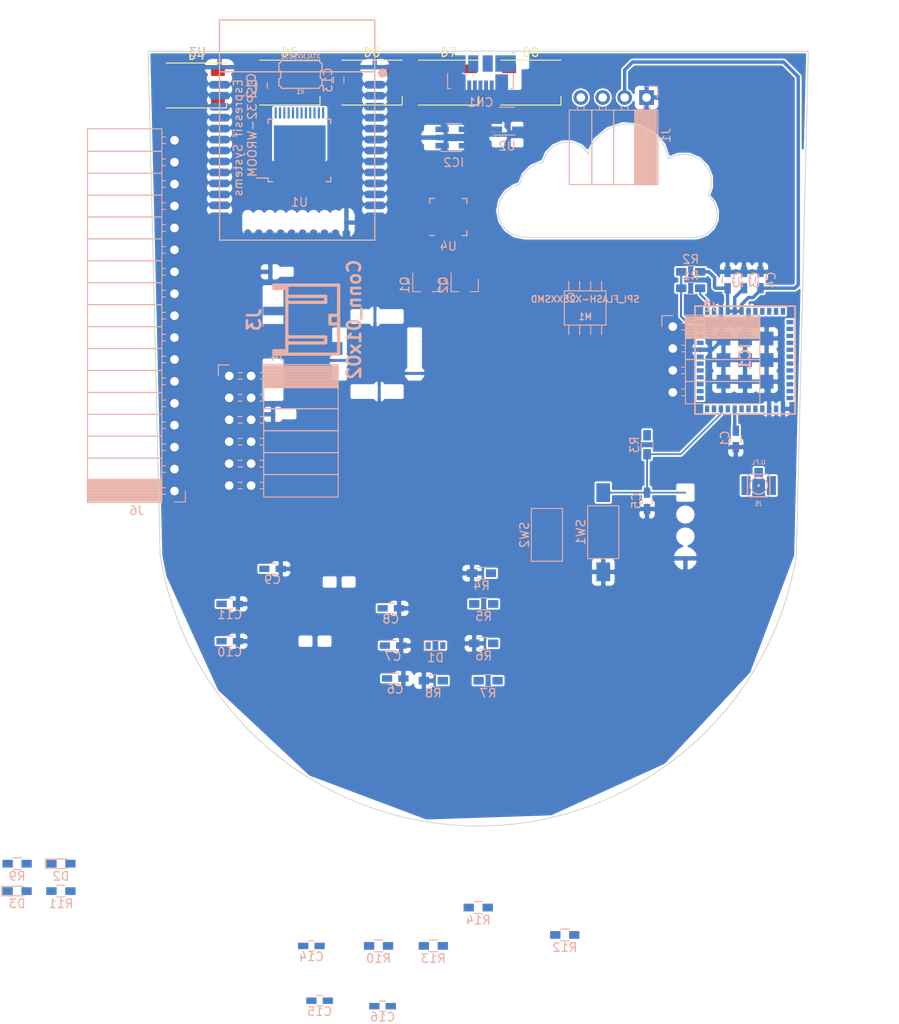
<source format=kicad_pcb>
(kicad_pcb (version 4) (host pcbnew 4.0.6)
  (layers (0 F.Cu signal) (31 B.Cu signal) (34 B.Paste user) (35 F.Paste user) (36 B.SilkS user) (37 F.SilkS user) (38 B.Mask user) (39 F.Mask user) (44 Edge.Cuts user))
  (net 0 "")
  (net 1 3V)
  (net 2 GND)
  (net 3 "Net-(IC1-Pad1)")
  (net 4 "Net-(IC1-Pad43)")
  (net 5 VDD_TXCO)
  (net 6 VUSB)
  (net 7 VBAT)
  (net 8 "Net-(C12-Pad1)")
  (net 9 "Net-(C13-Pad1)")
  (net 10 "Net-(IC2-Pad5)")
  (net 11 A13_I35)
  (net 12 AREF)
  (net 13 TXD)
  (net 14 RXD)
  (net 15 SWDIO_LO)
  (net 16 SWDCLK_LO)
  (net 17 SCL)
  (net 18 SDA)
  (net 19 A0)
  (net 20 A1)
  (net 21 A2)
  (net 22 A3)
  (net 23 A4)
  (net 24 D8_NEOPIX)
  (net 25 D4_FLASHMOSI)
  (net 26 D1)
  (net 27 D0)
  (net 28 MOSI)
  (net 29 SCK)
  (net 30 MISO)
  (net 31 FLASH_CS)
  (net 32 D1_FLASHMISO)
  (net 33 D5)
  (net 34 D11)
  (net 35 D13)
  (net 36 D10)
  (net 37 D12)
  (net 38 D6)
  (net 39 D-)
  (net 40 D+)
  (net 41 NRESET)
  (net 42 A5)
  (net 43 NRST_LO)
  (net 44 "Net-(C15-Pad1)")
  (net 45 "Net-(D2-Pad1)")
  (net 46 "Net-(D3-Pad2)")
  (net 47 "Net-(D4-Pad1)")
  (net 48 "Net-(D5-Pad1)")
  (net 49 "Net-(D6-Pad1)")
  (net 50 "Net-(D7-Pad1)")
  (net 51 "Net-(IC2-Pad1)")
  (net 52 EN)
  (net 53 IO21)
  (net 54 D3_FLASHSCK)
  (net 55 "Net-(Q1-Pad1)")
  (net 56 DTR)
  (net 57 GPIO0)
  (net 58 "Net-(Q2-Pad1)")
  (net 59 RTS)
  (net 60 TXD0)
  (net 61 RXD0)
  (module Capacitors_SMD:C_0603_HandSoldering (layer B.Cu) (at 220.665 97.47 270)
    (fp_text reference C1 (at 0 1.25 270) (layer B.SilkS) (effects (justify mirror)))
    (fp_text value 1u)
    (pad 1 smd rect (at -0.95 0 270) (size 1.2 0.75) (layers B.Cu B.Paste B.Mask) (net 1 3V))
    (pad 2 smd rect (at 0.95 0 270) (size 1.2 0.75) (layers B.Cu B.Paste B.Mask) (net 2 GND))
  )
  (module Capacitors_SMD:C_0603_HandSoldering (layer B.Cu) (at 219.71 79.06 90)
    (fp_text reference C2 (at 0 1.25 90) (layer B.SilkS) (effects (justify mirror)))
    (fp_text value 10u)
    (pad 1 smd rect (at -0.95 0 90) (size 1.2 0.75) (layers B.Cu B.Paste B.Mask) (net 1 3V))
    (pad 2 smd rect (at 0.95 0 90) (size 1.2 0.75) (layers B.Cu B.Paste B.Mask) (net 2 GND))
  )
  (module Capacitors_SMD:C_0603_HandSoldering (layer B.Cu) (at 221.615 79.06 90)
    (fp_text reference C3 (at 0 1.25 90) (layer B.SilkS) (effects (justify mirror)))
    (fp_text value 1u)
    (pad 1 smd rect (at -0.95 0 90) (size 1.2 0.75) (layers B.Cu B.Paste B.Mask) (net 1 3V))
    (pad 2 smd rect (at 0.95 0 90) (size 1.2 0.75) (layers B.Cu B.Paste B.Mask) (net 2 GND))
  )
  (module Capacitors_SMD:C_0603_HandSoldering (layer B.Cu) (at 223.52 79.06 90)
    (fp_text reference C4 (at 0 1.25 90) (layer B.SilkS) (effects (justify mirror)))
    (fp_text value 100n)
    (pad 1 smd rect (at -0.95 0 90) (size 1.2 0.75) (layers B.Cu B.Paste B.Mask) (net 1 3V))
    (pad 2 smd rect (at 0.95 0 90) (size 1.2 0.75) (layers B.Cu B.Paste B.Mask) (net 2 GND))
  )
  (module Capacitors_SMD:C_0603_HandSoldering (layer B.Cu) (at 210.375 104.64 270)
    (fp_text reference C5 (at 0 1.25 270) (layer B.SilkS) (effects (justify mirror)))
    (fp_text value 1u)
    (pad 1 smd rect (at -0.95 0 270) (size 1.2 0.75) (layers B.Cu B.Paste B.Mask) (net 43 NRST_LO))
    (pad 2 smd rect (at 0.95 0 270) (size 1.2 0.75) (layers B.Cu B.Paste B.Mask) (net 2 GND))
  )
  (module Capacitors_SMD:C_0603_HandSoldering (layer B.Cu) (at 181.168 125.222)
    (fp_text reference C6 (at 0 1.25) (layer B.SilkS) (effects (justify mirror)))
    (fp_text value 10u)
    (pad 1 smd rect (at -0.95 0) (size 1.2 0.75) (layers B.Cu B.Paste B.Mask) (net 6 VUSB))
    (pad 2 smd rect (at 0.95 0) (size 1.2 0.75) (layers B.Cu B.Paste B.Mask) (net 2 GND))
  )
  (module Capacitors_SMD:C_0603_HandSoldering (layer B.Cu) (at 180.914 121.412)
    (fp_text reference C7 (at 0 1.25) (layer B.SilkS) (effects (justify mirror)))
    (fp_text value 10u)
    (pad 1 smd rect (at -0.95 0) (size 1.2 0.75) (layers B.Cu B.Paste B.Mask) (net 1 3V))
    (pad 2 smd rect (at 0.95 0) (size 1.2 0.75) (layers B.Cu B.Paste B.Mask) (net 2 GND))
  )
  (module Capacitors_SMD:C_0603_HandSoldering (layer B.Cu) (at 180.66 117.094)
    (fp_text reference C8 (at 0 1.25) (layer B.SilkS) (effects (justify mirror)))
    (fp_text value 1u)
    (pad 1 smd rect (at -0.95 0) (size 1.2 0.75) (layers B.Cu B.Paste B.Mask) (net 1 3V))
    (pad 2 smd rect (at 0.95 0) (size 1.2 0.75) (layers B.Cu B.Paste B.Mask) (net 2 GND))
  )
  (module Capacitors_SMD:C_0603_HandSoldering (layer B.Cu) (at 166.944 112.522)
    (fp_text reference C9 (at 0 1.25) (layer B.SilkS) (effects (justify mirror)))
    (fp_text value 10u)
    (pad 1 smd rect (at -0.95 0) (size 1.2 0.75) (layers B.Cu B.Paste B.Mask) (net 1 3V))
    (pad 2 smd rect (at 0.95 0) (size 1.2 0.75) (layers B.Cu B.Paste B.Mask) (net 2 GND))
  )
  (module Capacitors_SMD:C_0603_HandSoldering (layer B.Cu) (at 161.986 120.904)
    (fp_text reference C10 (at 0 1.25) (layer B.SilkS) (effects (justify mirror)))
    (fp_text value 1u)
    (pad 1 smd rect (at -0.95 0) (size 1.2 0.75) (layers B.Cu B.Paste B.Mask) (net 12 AREF))
    (pad 2 smd rect (at 0.95 0) (size 1.2 0.75) (layers B.Cu B.Paste B.Mask) (net 2 GND))
  )
  (module Capacitors_SMD:C_0603_HandSoldering (layer B.Cu) (at 161.986 116.586)
    (fp_text reference C11 (at 0 1.25) (layer B.SilkS) (effects (justify mirror)))
    (fp_text value 10u)
    (pad 1 smd rect (at -0.95 0) (size 1.2 0.75) (layers B.Cu B.Paste B.Mask) (net 7 VBAT))
    (pad 2 smd rect (at 0.95 0) (size 1.2 0.75) (layers B.Cu B.Paste B.Mask) (net 2 GND))
  )
  (module Capacitors_SMD:C_0603_HandSoldering (layer B.Cu) (at 165.735 56.515 270)
    (fp_text reference C12 (at 0 1.25 270) (layer B.SilkS) (effects (justify mirror)))
    (fp_text value 22p)
    (pad 1 smd rect (at -0.95 0 270) (size 1.2 0.75) (layers B.Cu B.Paste B.Mask) (net 8 "Net-(C12-Pad1)"))
    (pad 2 smd rect (at 0.95 0 270) (size 1.2 0.75) (layers B.Cu B.Paste B.Mask) (net 2 GND))
  )
  (module Capacitors_SMD:C_0603_HandSoldering (layer B.Cu) (at 174.625 55.88 270)
    (fp_text reference C13 (at 0 1.25 270) (layer B.SilkS) (effects (justify mirror)))
    (fp_text value 22p)
    (pad 1 smd rect (at -0.95 0 270) (size 1.2 0.75) (layers B.Cu B.Paste B.Mask) (net 9 "Net-(C13-Pad1)"))
    (pad 2 smd rect (at 0.95 0 270) (size 1.2 0.75) (layers B.Cu B.Paste B.Mask) (net 2 GND))
  )
  (module Connectors_USB:USB_Micro-B_Molex_47346-0001 (layer B.Cu) (at 191.0575 53.975)
    (fp_text reference CN1 (at 0 4.5 180) (layer B.SilkS) (effects (justify mirror)))
    (fp_text value USBMOLEX)
    (pad 1 smd rect (at -1.3 2.66) (size 0.45 1.38) (layers B.Cu B.Paste B.Mask))
    (pad 2 smd rect (at -0.65 2.66) (size 0.45 1.38) (layers B.Cu B.Paste B.Mask))
    (pad 3 smd rect (at 0 2.66) (size 0.45 1.38) (layers B.Cu B.Paste B.Mask))
    (pad 4 smd rect (at 0.65 2.66) (size 0.45 1.38) (layers B.Cu B.Paste B.Mask))
    (pad 5 smd rect (at 1.3 2.66) (size 0.45 1.38) (layers B.Cu B.Paste B.Mask))
    (pad 6 smd rect (at -2.4625 2.3) (size 1.475 2.1) (layers B.Cu B.Paste B.Mask))
    (pad 6 smd rect (at 2.4625 2.3) (size 1.475 2.1) (layers B.Cu B.Paste B.Mask))
    (pad 6 smd rect (at -2.91 0) (size 2.375 1.9) (layers B.Cu B.Paste B.Mask))
    (pad 6 smd rect (at 2.91 0) (size 2.375 1.9) (layers B.Cu B.Paste B.Mask))
    (pad 6 smd rect (at -0.84 0) (size 1.175 1.9) (layers B.Cu B.Paste B.Mask))
    (pad 6 smd rect (at 0.84 0) (size 1.175 1.9) (layers B.Cu B.Paste B.Mask))
  )
  (module Diodes_SMD:D_0603 (layer B.Cu) (at 185.84 121.412)
    (fp_text reference D1 (at 0 1.4) (layer B.SilkS) (effects (justify mirror)))
    (fp_text value SCHOTTKY-DIODEAG)
    (pad 1 smd rect (at -0.85 0) (size 0.6 0.8) (layers B.Cu B.Paste B.Mask))
    (pad 2 smd rect (at 0.85 0) (size 0.6 0.8) (layers B.Cu B.Paste B.Mask))
  )
  (module LEDs:LED_0603_HandSoldering (layer B.Cu) (at 142.41 146.685)
    (fp_text reference D2 (at 0 1.45) (layer B.SilkS) (effects (justify mirror)))
    (fp_text value LED)
    (pad 1 smd rect (at -1.1 0) (size 1.2 0.9) (layers B.Cu B.Paste B.Mask) (net 45 "Net-(D2-Pad1)"))
    (pad 2 smd rect (at 1.1 0) (size 1.2 0.9) (layers B.Cu B.Paste B.Mask) (net 6 VUSB))
  )
  (module CMWX1ZZABZ-078:CMWX1ZZABZ-078 (layer B.Cu) (at 221.735 88.335 270)
    (fp_text reference IC1 (at -0.38339 0.0187 270) (layer B.SilkS) (effects (font (size 1.27 1.27) (thickness 0.254)) (justify mirror)))
    (fp_text value CMWX1ZZABZ-078 hide)
    (pad 1 smd rect (at -5.65 4.4 180) (size 0.5 0.8) (layers B.Cu B.Paste B.Mask) (net 3 "Net-(IC1-Pad1)"))
    (pad 2 smd rect (at -5.65 3.6 180) (size 0.5 0.8) (layers B.Cu B.Paste B.Mask))
    (pad 3 smd rect (at -5.65 2.8 180) (size 0.5 0.8) (layers B.Cu B.Paste B.Mask) (net 2 GND))
    (pad 4 smd rect (at -5.65 2 180) (size 0.5 0.8) (layers B.Cu B.Paste B.Mask) (net 1 3V))
    (pad 5 smd rect (at -5.65 1.2 180) (size 0.5 0.8) (layers B.Cu B.Paste B.Mask) (net 1 3V))
    (pad 6 smd rect (at -5.65 0.4 180) (size 0.5 0.8) (layers B.Cu B.Paste B.Mask) (net 1 3V))
    (pad 7 smd rect (at -5.65 -0.4 180) (size 0.5 0.8) (layers B.Cu B.Paste B.Mask) (net 2 GND))
    (pad 8 smd rect (at -5.65 -1.2 180) (size 0.5 0.8) (layers B.Cu B.Paste B.Mask))
    (pad 9 smd rect (at -5.65 -2 180) (size 0.5 0.8) (layers B.Cu B.Paste B.Mask))
    (pad 10 smd rect (at -5.65 -2.8 180) (size 0.5 0.8) (layers B.Cu B.Paste B.Mask))
    (pad 11 smd rect (at -5.65 -3.6 180) (size 0.5 0.8) (layers B.Cu B.Paste B.Mask))
    (pad 12 smd rect (at -5.65 -4.4 180) (size 0.5 0.8) (layers B.Cu B.Paste B.Mask))
    (pad 13 smd rect (at -4.4 -5.2 270) (size 0.5 0.8) (layers B.Cu B.Paste B.Mask))
    (pad 14 smd rect (at -3.6 -5.2 270) (size 0.5 0.8) (layers B.Cu B.Paste B.Mask))
    (pad 15 smd rect (at -2.8 -5.2 270) (size 0.5 0.8) (layers B.Cu B.Paste B.Mask))
    (pad 16 smd rect (at -2 -5.2 270) (size 0.5 0.8) (layers B.Cu B.Paste B.Mask))
    (pad 17 smd rect (at -1.2 -5.2 270) (size 0.5 0.8) (layers B.Cu B.Paste B.Mask))
    (pad 18 smd rect (at -0.4 -5.2 270) (size 0.5 0.8) (layers B.Cu B.Paste B.Mask) (net 13 TXD))
    (pad 19 smd rect (at 0.4 -5.2 270) (size 0.5 0.8) (layers B.Cu B.Paste B.Mask) (net 14 RXD))
    (pad 20 smd rect (at 1.2 -5.2 270) (size 0.5 0.8) (layers B.Cu B.Paste B.Mask))
    (pad 21 smd rect (at 2 -5.2 270) (size 0.5 0.8) (layers B.Cu B.Paste B.Mask))
    (pad 22 smd rect (at 2.8 -5.2 270) (size 0.5 0.8) (layers B.Cu B.Paste B.Mask))
    (pad 23 smd rect (at 3.6 -5.2 270) (size 0.5 0.8) (layers B.Cu B.Paste B.Mask))
    (pad 24 smd rect (at 4.4 -5.2 270) (size 0.5 0.8) (layers B.Cu B.Paste B.Mask))
    (pad 25 smd rect (at 5.65 -4.4 180) (size 0.5 0.8) (layers B.Cu B.Paste B.Mask) (net 2 GND))
    (pad 26 smd rect (at 5.65 -3.6 180) (size 0.5 0.8) (layers B.Cu B.Paste B.Mask))
    (pad 27 smd rect (at 5.65 -2.8 180) (size 0.5 0.8) (layers B.Cu B.Paste B.Mask) (net 2 GND))
    (pad 28 smd rect (at 5.65 -2 180) (size 0.5 0.8) (layers B.Cu B.Paste B.Mask))
    (pad 29 smd rect (at 5.65 -1.2 180) (size 0.5 0.8) (layers B.Cu B.Paste B.Mask))
    (pad 30 smd rect (at 5.65 -0.4 180) (size 0.5 0.8) (layers B.Cu B.Paste B.Mask))
    (pad 31 smd rect (at 5.65 0.4 180) (size 0.5 0.8) (layers B.Cu B.Paste B.Mask))
    (pad 32 smd rect (at 5.65 1.2 180) (size 0.5 0.8) (layers B.Cu B.Paste B.Mask) (net 1 3V))
    (pad 33 smd rect (at 5.65 2 180) (size 0.5 0.8) (layers B.Cu B.Paste B.Mask))
    (pad 34 smd rect (at 5.65 2.8 180) (size 0.5 0.8) (layers B.Cu B.Paste B.Mask) (net 43 NRST_LO))
    (pad 35 smd rect (at 5.65 3.6 180) (size 0.5 0.8) (layers B.Cu B.Paste B.Mask))
    (pad 36 smd rect (at 5.65 4.4 180) (size 0.5 0.8) (layers B.Cu B.Paste B.Mask))
    (pad 37 smd rect (at 4.4 5.2 270) (size 0.5 0.8) (layers B.Cu B.Paste B.Mask))
    (pad 38 smd rect (at 3.6 5.2 270) (size 0.5 0.8) (layers B.Cu B.Paste B.Mask))
    (pad 39 smd rect (at 2.8 5.2 270) (size 0.5 0.8) (layers B.Cu B.Paste B.Mask))
    (pad 40 smd rect (at 2 5.2 270) (size 0.5 0.8) (layers B.Cu B.Paste B.Mask))
    (pad 41 smd rect (at 1.2 5.2 270) (size 0.5 0.8) (layers B.Cu B.Paste B.Mask) (net 15 SWDIO_LO))
    (pad 42 smd rect (at 0.4 5.2 270) (size 0.5 0.8) (layers B.Cu B.Paste B.Mask) (net 16 SWDCLK_LO))
    (pad 43 smd rect (at -0.4 5.2 270) (size 0.5 0.8) (layers B.Cu B.Paste B.Mask) (net 4 "Net-(IC1-Pad43)"))
    (pad 44 smd rect (at -1.2 5.2 270) (size 0.5 0.8) (layers B.Cu B.Paste B.Mask) (net 2 GND))
    (pad 45 smd rect (at -2 5.2 270) (size 0.5 0.8) (layers B.Cu B.Paste B.Mask))
    (pad 46 smd rect (at -2.8 5.2 270) (size 0.5 0.8) (layers B.Cu B.Paste B.Mask))
    (pad 47 smd rect (at -3.6 5.2 270) (size 0.5 0.8) (layers B.Cu B.Paste B.Mask))
    (pad 48 smd rect (at -4.4 5.2 270) (size 0.5 0.8) (layers B.Cu B.Paste B.Mask) (net 5 VDD_TXCO))
    (pad 49 smd rect (at -2.5 2.5 180) (size 1.6 1.6) (layers B.Cu B.Paste B.Mask) (net 2 GND))
    (pad 50 smd rect (at 0 2.5 180) (size 1.6 1.6) (layers B.Cu B.Paste B.Mask) (net 2 GND))
    (pad 51 smd rect (at 2.5 2.5 180) (size 1.6 1.6) (layers B.Cu B.Paste B.Mask) (net 2 GND))
    (pad 52 smd rect (at -2.5 0 180) (size 1.6 1.6) (layers B.Cu B.Paste B.Mask) (net 2 GND))
    (pad 53 smd rect (at 0 0 180) (size 1.6 1.6) (layers B.Cu B.Paste B.Mask) (net 2 GND))
    (pad 54 smd rect (at 2.5 0 180) (size 1.6 1.6) (layers B.Cu B.Paste B.Mask) (net 2 GND))
    (pad 55 smd rect (at -2.5 -2.5 180) (size 1.6 1.6) (layers B.Cu B.Paste B.Mask) (net 2 GND))
    (pad 56 smd rect (at 0 -2.5 180) (size 1.6 1.6) (layers B.Cu B.Paste B.Mask) (net 2 GND))
    (pad 57 smd rect (at 2.5 -2.5 180) (size 1.6 1.6) (layers B.Cu B.Paste B.Mask) (net 2 GND))
  )
  (module TO_SOT_Packages_SMD:SOT-23-5_HandSoldering (layer B.Cu) (at 187.96 62.545)
    (fp_text reference IC2 (at 0 2.9) (layer B.SilkS) (effects (justify mirror)))
    (fp_text value MCP73831_OT)
    (pad 1 smd rect (at -1.35 0.95) (size 1.56 0.65) (layers B.Cu B.Paste B.Mask) (net 51 "Net-(IC2-Pad1)"))
    (pad 2 smd rect (at -1.35 0) (size 1.56 0.65) (layers B.Cu B.Paste B.Mask) (net 2 GND))
    (pad 3 smd rect (at -1.35 -0.95) (size 1.56 0.65) (layers B.Cu B.Paste B.Mask) (net 7 VBAT))
    (pad 4 smd rect (at 1.35 -0.95) (size 1.56 0.65) (layers B.Cu B.Paste B.Mask) (net 6 VUSB))
    (pad 5 smd rect (at 1.35 0.95) (size 1.56 0.65) (layers B.Cu B.Paste B.Mask) (net 10 "Net-(IC2-Pad5)"))
  )
  (module w_conn_rf:coaxial_u.fl-r-smt-1 (layer B.Cu) (at 223.315 102.87)
    (fp_text reference J5 (at 0 2.1) (layer B.SilkS) (effects (font (size 0.5 0.5) (thickness 0.1)) (justify mirror)))
    (fp_text value U.FL (at 0 -2.7) (layer B.SilkS) (effects (font (size 0.5 0.5) (thickness 0.1)) (justify mirror)))
    (pad 2 smd rect (at -1.475 0) (size 1.05 2.2) (layers B.Cu B.Paste B.Mask))
    (pad 2 smd rect (at 1.475 0) (size 1.05 2.2) (layers B.Cu B.Paste B.Mask))
    (pad 1 smd rect (at 0 -1.525) (size 1 1.05) (layers B.Cu B.Paste B.Mask))
  )
  (module Resistors_SMD:R_0603_HandSoldering (layer B.Cu) (at 215.435 80.01 180)
    (fp_text reference R1 (at 0 1.45 180) (layer B.SilkS) (effects (justify mirror)))
    (fp_text value 0R)
    (pad 1 smd rect (at -1.1 0 180) (size 1.2 0.9) (layers B.Cu B.Paste B.Mask) (net 3 "Net-(IC1-Pad1)"))
    (pad 2 smd rect (at 1.1 0 180) (size 1.2 0.9) (layers B.Cu B.Paste B.Mask) (net 5 VDD_TXCO))
  )
  (module Resistors_SMD:R_0603_HandSoldering (layer B.Cu) (at 215.435 78.105 180)
    (fp_text reference R2 (at 0 1.45 180) (layer B.SilkS) (effects (justify mirror)))
    (fp_text value 0R)
    (pad 1 smd rect (at -1.1 0 180) (size 1.2 0.9) (layers B.Cu B.Paste B.Mask) (net 1 3V))
    (pad 2 smd rect (at 1.1 0 180) (size 1.2 0.9) (layers B.Cu B.Paste B.Mask) (net 5 VDD_TXCO))
  )
  (module Resistors_SMD:R_0603_HandSoldering (layer B.Cu) (at 210.375 98.145 270)
    (fp_text reference R3 (at 0 1.45 270) (layer B.SilkS) (effects (justify mirror)))
    (fp_text value 10k)
    (pad 1 smd rect (at -1.1 0 270) (size 1.2 0.9) (layers B.Cu B.Paste B.Mask) (net 1 3V))
    (pad 2 smd rect (at 1.1 0 270) (size 1.2 0.9) (layers B.Cu B.Paste B.Mask) (net 43 NRST_LO))
  )
  (module Resistors_SMD:R_0603_HandSoldering (layer B.Cu) (at 191.178 113.03)
    (fp_text reference R4 (at 0 1.45) (layer B.SilkS) (effects (justify mirror)))
    (fp_text value 10k)
    (pad 1 smd rect (at -1.1 0) (size 1.2 0.9) (layers B.Cu B.Paste B.Mask) (net 2 GND))
    (pad 2 smd rect (at 1.1 0) (size 1.2 0.9) (layers B.Cu B.Paste B.Mask) (net 4 "Net-(IC1-Pad43)"))
  )
  (module Resistors_SMD:R_0603_HandSoldering (layer B.Cu) (at 191.432 116.586)
    (fp_text reference R5 (at 0 1.45) (layer B.SilkS) (effects (justify mirror)))
    (fp_text value 100k)
    (pad 1 smd rect (at -1.1 0) (size 1.2 0.9) (layers B.Cu B.Paste B.Mask) (net 52 EN))
    (pad 2 smd rect (at 1.1 0) (size 1.2 0.9) (layers B.Cu B.Paste B.Mask) (net 6 VUSB))
  )
  (module Resistors_SMD:R_0603_HandSoldering (layer B.Cu) (at 191.432 121.158)
    (fp_text reference R6 (at 0 1.45) (layer B.SilkS) (effects (justify mirror)))
    (fp_text value 10k)
    (pad 1 smd rect (at -1.1 0) (size 1.2 0.9) (layers B.Cu B.Paste B.Mask) (net 2 GND))
    (pad 2 smd rect (at 1.1 0) (size 1.2 0.9) (layers B.Cu B.Paste B.Mask) (net 10 "Net-(IC2-Pad5)"))
  )
  (module Resistors_SMD:R_0603_HandSoldering (layer B.Cu) (at 191.94 125.476)
    (fp_text reference R7 (at 0 1.45) (layer B.SilkS) (effects (justify mirror)))
    (fp_text value 100k)
    (pad 1 smd rect (at -1.1 0) (size 1.2 0.9) (layers B.Cu B.Paste B.Mask) (net 11 A13_I35))
    (pad 2 smd rect (at 1.1 0) (size 1.2 0.9) (layers B.Cu B.Paste B.Mask) (net 7 VBAT))
  )
  (module Resistors_SMD:R_0603_HandSoldering (layer B.Cu) (at 185.59 125.476)
    (fp_text reference R8 (at 0 1.45) (layer B.SilkS) (effects (justify mirror)))
    (fp_text value 100k)
    (pad 1 smd rect (at -1.1 0) (size 1.2 0.9) (layers B.Cu B.Paste B.Mask) (net 2 GND))
    (pad 2 smd rect (at 1.1 0) (size 1.2 0.9) (layers B.Cu B.Paste B.Mask) (net 11 A13_I35))
  )
  (module Buttons_Switches_SMD:SW_SPST_FSMSM (layer B.Cu) (at 205.295 108.28 270)
    (fp_text reference SW1 (at 0 2.6 270) (layer B.SilkS) (effects (justify mirror)))
    (fp_text value SW_Push)
    (pad 1 smd rect (at -4.59 0 270) (size 2.18 1.6) (layers B.Cu B.Paste B.Mask) (net 43 NRST_LO))
    (pad 2 smd rect (at 4.59 0 270) (size 2.18 1.6) (layers B.Cu B.Paste B.Mask) (net 2 GND))
  )
  (module Housings_QFP:TQFP-48_7x7mm_Pitch0.5mm (layer B.Cu) (at 170.065 64.04)
    (fp_text reference U1 (at 0 6) (layer B.SilkS) (effects (justify mirror)))
    (fp_text value ATSAMD21G-A)
    (pad 1 smd rect (at -4.35 2.75) (size 1.3 0.25) (layers B.Cu B.Paste B.Mask) (net 8 "Net-(C12-Pad1)"))
    (pad 2 smd rect (at -4.35 2.25) (size 1.3 0.25) (layers B.Cu B.Paste B.Mask) (net 9 "Net-(C13-Pad1)"))
    (pad 3 smd rect (at -4.35 1.75) (size 1.3 0.25) (layers B.Cu B.Paste B.Mask) (net 19 A0))
    (pad 4 smd rect (at -4.35 1.25) (size 1.3 0.25) (layers B.Cu B.Paste B.Mask) (net 12 AREF))
    (pad 5 smd rect (at -4.35 0.75) (size 1.3 0.25) (layers B.Cu B.Paste B.Mask) (net 2 GND))
    (pad 6 smd rect (at -4.35 0.25) (size 1.3 0.25) (layers B.Cu B.Paste B.Mask) (net 1 3V))
    (pad 7 smd rect (at -4.35 -0.25) (size 1.3 0.25) (layers B.Cu B.Paste B.Mask) (net 20 A1))
    (pad 8 smd rect (at -4.35 -0.75) (size 1.3 0.25) (layers B.Cu B.Paste B.Mask) (net 21 A2))
    (pad 9 smd rect (at -4.35 -1.25) (size 1.3 0.25) (layers B.Cu B.Paste B.Mask) (net 22 A3))
    (pad 10 smd rect (at -4.35 -1.75) (size 1.3 0.25) (layers B.Cu B.Paste B.Mask) (net 23 A4))
    (pad 11 smd rect (at -4.35 -2.25) (size 1.3 0.25) (layers B.Cu B.Paste B.Mask) (net 24 D8_NEOPIX))
    (pad 12 smd rect (at -4.35 -2.75) (size 1.3 0.25) (layers B.Cu B.Paste B.Mask) (net 11 A13_I35))
    (pad 13 smd rect (at -2.75 -4.35 270) (size 1.3 0.25) (layers B.Cu B.Paste B.Mask) (net 25 D4_FLASHMOSI))
    (pad 14 smd rect (at -2.25 -4.35 270) (size 1.3 0.25) (layers B.Cu B.Paste B.Mask) (net 54 D3_FLASHSCK))
    (pad 15 smd rect (at -1.75 -4.35 270) (size 1.3 0.25) (layers B.Cu B.Paste B.Mask) (net 26 D1))
    (pad 16 smd rect (at -1.25 -4.35 270) (size 1.3 0.25) (layers B.Cu B.Paste B.Mask) (net 27 D0))
    (pad 17 smd rect (at -0.75 -4.35 270) (size 1.3 0.25) (layers B.Cu B.Paste B.Mask) (net 1 3V))
    (pad 18 smd rect (at -0.25 -4.35 270) (size 1.3 0.25) (layers B.Cu B.Paste B.Mask) (net 2 GND))
    (pad 19 smd rect (at 0.25 -4.35 270) (size 1.3 0.25) (layers B.Cu B.Paste B.Mask) (net 28 MOSI))
    (pad 20 smd rect (at 0.75 -4.35 270) (size 1.3 0.25) (layers B.Cu B.Paste B.Mask) (net 29 SCK))
    (pad 21 smd rect (at 1.25 -4.35 270) (size 1.3 0.25) (layers B.Cu B.Paste B.Mask) (net 30 MISO))
    (pad 22 smd rect (at 1.75 -4.35 270) (size 1.3 0.25) (layers B.Cu B.Paste B.Mask) (net 31 FLASH_CS))
    (pad 23 smd rect (at 2.25 -4.35 270) (size 1.3 0.25) (layers B.Cu B.Paste B.Mask) (net 32 D1_FLASHMISO))
    (pad 24 smd rect (at 2.75 -4.35 270) (size 1.3 0.25) (layers B.Cu B.Paste B.Mask) (net 33 D5))
    (pad 25 smd rect (at 4.35 -2.75) (size 1.3 0.25) (layers B.Cu B.Paste B.Mask) (net 34 D11))
    (pad 26 smd rect (at 4.35 -2.25) (size 1.3 0.25) (layers B.Cu B.Paste B.Mask) (net 35 D13))
    (pad 27 smd rect (at 4.35 -1.75) (size 1.3 0.25) (layers B.Cu B.Paste B.Mask) (net 36 D10))
    (pad 28 smd rect (at 4.35 -1.25) (size 1.3 0.25) (layers B.Cu B.Paste B.Mask) (net 37 D12))
    (pad 29 smd rect (at 4.35 -0.75) (size 1.3 0.25) (layers B.Cu B.Paste B.Mask) (net 38 D6))
    (pad 30 smd rect (at 4.35 -0.25) (size 1.3 0.25) (layers B.Cu B.Paste B.Mask))
    (pad 31 smd rect (at 4.35 0.25) (size 1.3 0.25) (layers B.Cu B.Paste B.Mask) (net 18 SDA))
    (pad 32 smd rect (at 4.35 0.75) (size 1.3 0.25) (layers B.Cu B.Paste B.Mask) (net 17 SCL))
    (pad 33 smd rect (at 4.35 1.25) (size 1.3 0.25) (layers B.Cu B.Paste B.Mask) (net 39 D-))
    (pad 34 smd rect (at 4.35 1.75) (size 1.3 0.25) (layers B.Cu B.Paste B.Mask) (net 40 D+))
    (pad 35 smd rect (at 4.35 2.25) (size 1.3 0.25) (layers B.Cu B.Paste B.Mask) (net 2 GND))
    (pad 36 smd rect (at 4.35 2.75) (size 1.3 0.25) (layers B.Cu B.Paste B.Mask) (net 1 3V))
    (pad 37 smd rect (at 2.75 4.35 270) (size 1.3 0.25) (layers B.Cu B.Paste B.Mask) (net 13 TXD))
    (pad 38 smd rect (at 2.25 4.35 270) (size 1.3 0.25) (layers B.Cu B.Paste B.Mask) (net 14 RXD))
    (pad 39 smd rect (at 1.75 4.35 270) (size 1.3 0.25) (layers B.Cu B.Paste B.Mask))
    (pad 40 smd rect (at 1.25 4.35 270) (size 1.3 0.25) (layers B.Cu B.Paste B.Mask) (net 41 NRESET))
    (pad 41 smd rect (at 0.75 4.35 270) (size 1.3 0.25) (layers B.Cu B.Paste B.Mask))
    (pad 42 smd rect (at 0.25 4.35 270) (size 1.3 0.25) (layers B.Cu B.Paste B.Mask) (net 2 GND))
    (pad 43 smd rect (at -0.25 4.35 270) (size 1.3 0.25) (layers B.Cu B.Paste B.Mask) (net 44 "Net-(C15-Pad1)"))
    (pad 44 smd rect (at -0.75 4.35 270) (size 1.3 0.25) (layers B.Cu B.Paste B.Mask) (net 1 3V))
    (pad 45 smd rect (at -1.25 4.35 270) (size 1.3 0.25) (layers B.Cu B.Paste B.Mask))
    (pad 46 smd rect (at -1.75 4.35 270) (size 1.3 0.25) (layers B.Cu B.Paste B.Mask))
    (pad 47 smd rect (at -2.25 4.35 270) (size 1.3 0.25) (layers B.Cu B.Paste B.Mask) (net 42 A5))
    (pad 48 smd rect (at -2.75 4.35 270) (size 1.3 0.25) (layers B.Cu B.Paste B.Mask))
  )
  (module ESP32-footprints-Lib:ESP32-WROOM (layer B.Cu) (at 169.8 61.685)
    (fp_text reference U3 (at -11.557 -9.017) (layer B.SilkS) (effects (justify mirror)))
    (fp_text value ESP32-WROOM)
    (fp_text user "Espressif Systems" (at -6.858 0.889 270) (layer B.SilkS) (effects (justify mirror)))
    (fp_text user ESP32-WROOM (at -5.207 -0.254 270) (layer B.SilkS) (effects (justify mirror)))
    (pad 38 smd oval (at -9 -5.25) (size 2.5 0.9) (layers B.Cu B.Paste B.Mask) (net 2 GND))
    (pad 37 smd oval (at -9 -3.98) (size 2.5 0.9) (layers B.Cu B.Paste B.Mask) (net 18 SDA))
    (pad 36 smd oval (at -9 -2.71) (size 2.5 0.9) (layers B.Cu B.Paste B.Mask) (net 17 SCL))
    (pad 35 smd oval (at -9 -1.44) (size 2.5 0.9) (layers B.Cu B.Paste B.Mask) (net 60 TXD0))
    (pad 34 smd oval (at -9 -0.17) (size 2.5 0.9) (layers B.Cu B.Paste B.Mask) (net 61 RXD0))
    (pad 33 smd oval (at -9 1.1) (size 2.5 0.9) (layers B.Cu B.Paste B.Mask) (net 53 IO21))
    (pad 32 smd oval (at -9 2.37) (size 2.5 0.9) (layers B.Cu B.Paste B.Mask))
    (pad 31 smd oval (at -9 3.64) (size 2.5 0.9) (layers B.Cu B.Paste B.Mask) (net 30 MISO))
    (pad 30 smd oval (at -9 4.91) (size 2.5 0.9) (layers B.Cu B.Paste B.Mask) (net 28 MOSI))
    (pad 29 smd oval (at -9 6.18) (size 2.5 0.9) (layers B.Cu B.Paste B.Mask) (net 29 SCK))
    (pad 28 smd oval (at -9 7.45) (size 2.5 0.9) (layers B.Cu B.Paste B.Mask))
    (pad 27 smd oval (at -9 8.72) (size 2.5 0.9) (layers B.Cu B.Paste B.Mask))
    (pad 26 smd oval (at -9 9.99) (size 2.5 0.9) (layers B.Cu B.Paste B.Mask))
    (pad 25 smd oval (at -9 11.26) (size 2.5 0.9) (layers B.Cu B.Paste B.Mask) (net 57 GPIO0))
    (pad 24 smd oval (at -5.715 12.75) (size 0.9 2.5) (layers B.Cu B.Paste B.Mask))
    (pad 23 smd oval (at -4.445 12.75) (size 0.9 2.5) (layers B.Cu B.Paste B.Mask))
    (pad 22 smd oval (at -3.175 12.75) (size 0.9 2.5) (layers B.Cu B.Paste B.Mask))
    (pad 21 smd oval (at -1.905 12.75) (size 0.9 2.5) (layers B.Cu B.Paste B.Mask))
    (pad 20 smd oval (at -0.635 12.75) (size 0.9 2.5) (layers B.Cu B.Paste B.Mask))
    (pad 19 smd oval (at 0.635 12.75) (size 0.9 2.5) (layers B.Cu B.Paste B.Mask))
    (pad 18 smd oval (at 1.905 12.75) (size 0.9 2.5) (layers B.Cu B.Paste B.Mask))
    (pad 17 smd oval (at 3.175 12.75) (size 0.9 2.5) (layers B.Cu B.Paste B.Mask))
    (pad 16 smd oval (at 4.445 12.75) (size 0.9 2.5) (layers B.Cu B.Paste B.Mask))
    (pad 15 smd oval (at 5.715 12.75) (size 0.9 2.5) (layers B.Cu B.Paste B.Mask) (net 2 GND))
    (pad 14 smd oval (at 9 11.26) (size 2.5 0.9) (layers B.Cu B.Paste B.Mask))
    (pad 13 smd oval (at 9 9.99) (size 2.5 0.9) (layers B.Cu B.Paste B.Mask))
    (pad 12 smd oval (at 9 8.72) (size 2.5 0.9) (layers B.Cu B.Paste B.Mask))
    (pad 11 smd oval (at 9 7.45) (size 2.5 0.9) (layers B.Cu B.Paste B.Mask))
    (pad 10 smd oval (at 9 6.18) (size 2.5 0.9) (layers B.Cu B.Paste B.Mask))
    (pad 9 smd oval (at 9 4.91) (size 2.5 0.9) (layers B.Cu B.Paste B.Mask))
    (pad 8 smd oval (at 9 3.64) (size 2.5 0.9) (layers B.Cu B.Paste B.Mask))
    (pad 7 smd oval (at 9 2.37) (size 2.5 0.9) (layers B.Cu B.Paste B.Mask) (net 11 A13_I35))
    (pad 6 smd oval (at 9 1.1) (size 2.5 0.9) (layers B.Cu B.Paste B.Mask))
    (pad 5 smd oval (at 9 -0.17) (size 2.5 0.9) (layers B.Cu B.Paste B.Mask))
    (pad 4 smd oval (at 9 -1.44) (size 2.5 0.9) (layers B.Cu B.Paste B.Mask))
    (pad 3 smd oval (at 9 -2.71) (size 2.5 0.9) (layers B.Cu B.Paste B.Mask) (net 41 NRESET))
    (pad 2 smd oval (at 9 -3.98) (size 2.5 0.9) (layers B.Cu B.Paste B.Mask) (net 1 3V))
    (pad 1 smd oval (at 9 -5.25) (size 2.5 0.9) (layers B.Cu B.Paste B.Mask) (net 2 GND))
    (pad 39 smd rect (at 0.3 2.45) (size 6 6) (layers B.Cu B.Paste B.Mask) (net 2 GND))
  )
  (module TO_SOT_Packages_SMD:SOT-23-5_HandSoldering (layer B.Cu) (at 194.14 60.645)
    (fp_text reference U2 (at 0 2.9) (layer B.SilkS) (effects (justify mirror)))
    (fp_text value SPX3819M5-L-3-3)
    (pad 1 smd rect (at -1.35 0.95) (size 1.56 0.65) (layers B.Cu B.Paste B.Mask) (net 6 VUSB))
    (pad 2 smd rect (at -1.35 0) (size 1.56 0.65) (layers B.Cu B.Paste B.Mask) (net 2 GND))
    (pad 3 smd rect (at -1.35 -0.95) (size 1.56 0.65) (layers B.Cu B.Paste B.Mask) (net 52 EN))
    (pad 4 smd rect (at 1.35 -0.95) (size 1.56 0.65) (layers B.Cu B.Paste B.Mask))
    (pad 5 smd rect (at 1.35 0.95) (size 1.56 0.65) (layers B.Cu B.Paste B.Mask) (net 1 3V))
  )
  (module w_crystal:crystal_smd_5x3.2mm (layer B.Cu) (at 170.18 55.245)
    (fp_text reference X1 (at 0 2) (layer B.SilkS) (effects (font (size 0.49784 0.49784) (thickness 0.09906)) (justify mirror)))
    (fp_text value XTALNX5032 (at 0 -2.1) (layer B.SilkS) (effects (font (size 0.49784 0.49784) (thickness 0.09906)) (justify mirror)))
    (pad 1 smd rect (at -1.85 0) (size 1.7 2.4) (layers B.Cu B.Paste B.Mask))
    (pad 2 smd rect (at 1.85 0) (size 1.7 2.4) (layers B.Cu B.Paste B.Mask))
  )
  (module Capacitors_SMD:C_0603_HandSoldering (layer B.Cu) (at 171.45 156.21)
    (fp_text reference C14 (at 0 1.25) (layer B.SilkS) (effects (justify mirror)))
    (fp_text value 1u)
    (pad 1 smd rect (at -0.95 0) (size 1.2 0.75) (layers B.Cu B.Paste B.Mask) (net 41 NRESET))
    (pad 2 smd rect (at 0.95 0) (size 1.2 0.75) (layers B.Cu B.Paste B.Mask) (net 2 GND))
  )
  (module Capacitors_SMD:C_0603_HandSoldering (layer B.Cu) (at 172.405 162.56)
    (fp_text reference C15 (at 0 1.25) (layer B.SilkS) (effects (justify mirror)))
    (fp_text value 1u)
    (pad 1 smd rect (at -0.95 0) (size 1.2 0.75) (layers B.Cu B.Paste B.Mask) (net 44 "Net-(C15-Pad1)"))
    (pad 2 smd rect (at 0.95 0) (size 1.2 0.75) (layers B.Cu B.Paste B.Mask) (net 2 GND))
  )
  (module Capacitors_SMD:C_0603_HandSoldering (layer B.Cu) (at 179.705 163.195)
    (fp_text reference C16 (at 0 1.25) (layer B.SilkS) (effects (justify mirror)))
    (fp_text value 10u)
    (pad 1 smd rect (at -0.95 0) (size 1.2 0.75) (layers B.Cu B.Paste B.Mask) (net 1 3V))
    (pad 2 smd rect (at 0.95 0) (size 1.2 0.75) (layers B.Cu B.Paste B.Mask) (net 2 GND))
  )
  (module LEDs:LED_0603_HandSoldering (layer B.Cu) (at 137.33 149.86)
    (fp_text reference D3 (at 0 1.45) (layer B.SilkS) (effects (justify mirror)))
    (fp_text value LED)
    (pad 1 smd rect (at -1.1 0) (size 1.2 0.9) (layers B.Cu B.Paste B.Mask) (net 2 GND))
    (pad 2 smd rect (at 1.1 0) (size 1.2 0.9) (layers B.Cu B.Paste B.Mask) (net 46 "Net-(D3-Pad2)"))
  )
  (module LEDs:LED_WS2812B-PLCC4 (layer F.Cu) (at 158.115 56.515)
    (fp_text reference D4 (at 0 -3.5) (layer F.SilkS))
    (fp_text value Neopixel_THT)
    (pad 3 smd rect (at 2.5 1.6) (size 1.6 1) (layers F.Cu F.Paste F.Mask) (net 1 3V))
    (pad 4 smd rect (at 2.5 -1.6) (size 1.6 1) (layers F.Cu F.Paste F.Mask) (net 24 D8_NEOPIX))
    (pad 2 smd rect (at -2.5 1.6) (size 1.6 1) (layers F.Cu F.Paste F.Mask) (net 2 GND))
    (pad 1 smd rect (at -2.5 -1.6) (size 1.6 1) (layers F.Cu F.Paste F.Mask) (net 47 "Net-(D4-Pad1)"))
  )
  (module LEDs:LED_WS2812B-PLCC4 (layer F.Cu) (at 168.95 56.185)
    (fp_text reference D5 (at 0 -3.5) (layer F.SilkS))
    (fp_text value Neopixel_THT)
    (pad 3 smd rect (at 2.5 1.6) (size 1.6 1) (layers F.Cu F.Paste F.Mask) (net 1 3V))
    (pad 4 smd rect (at 2.5 -1.6) (size 1.6 1) (layers F.Cu F.Paste F.Mask) (net 47 "Net-(D4-Pad1)"))
    (pad 2 smd rect (at -2.5 1.6) (size 1.6 1) (layers F.Cu F.Paste F.Mask) (net 2 GND))
    (pad 1 smd rect (at -2.5 -1.6) (size 1.6 1) (layers F.Cu F.Paste F.Mask) (net 48 "Net-(D5-Pad1)"))
  )
  (module LEDs:LED_WS2812B-PLCC4 (layer F.Cu) (at 178.475 56.185)
    (fp_text reference D6 (at 0 -3.5) (layer F.SilkS))
    (fp_text value Neopixel_THT)
    (pad 3 smd rect (at 2.5 1.6) (size 1.6 1) (layers F.Cu F.Paste F.Mask) (net 1 3V))
    (pad 4 smd rect (at 2.5 -1.6) (size 1.6 1) (layers F.Cu F.Paste F.Mask) (net 48 "Net-(D5-Pad1)"))
    (pad 2 smd rect (at -2.5 1.6) (size 1.6 1) (layers F.Cu F.Paste F.Mask) (net 2 GND))
    (pad 1 smd rect (at -2.5 -1.6) (size 1.6 1) (layers F.Cu F.Paste F.Mask) (net 49 "Net-(D6-Pad1)"))
  )
  (module LEDs:LED_WS2812B-PLCC4 (layer F.Cu) (at 187.365 56.185)
    (fp_text reference D7 (at 0 -3.5) (layer F.SilkS))
    (fp_text value Neopixel_THT)
    (pad 3 smd rect (at 2.5 1.6) (size 1.6 1) (layers F.Cu F.Paste F.Mask) (net 1 3V))
    (pad 4 smd rect (at 2.5 -1.6) (size 1.6 1) (layers F.Cu F.Paste F.Mask) (net 49 "Net-(D6-Pad1)"))
    (pad 2 smd rect (at -2.5 1.6) (size 1.6 1) (layers F.Cu F.Paste F.Mask) (net 2 GND))
    (pad 1 smd rect (at -2.5 -1.6) (size 1.6 1) (layers F.Cu F.Paste F.Mask) (net 50 "Net-(D7-Pad1)"))
  )
  (module LEDs:LED_WS2812B-PLCC4 (layer F.Cu) (at 196.89 56.185)
    (fp_text reference D8 (at 0 -3.5) (layer F.SilkS))
    (fp_text value Neopixel_THT)
    (pad 3 smd rect (at 2.5 1.6) (size 1.6 1) (layers F.Cu F.Paste F.Mask) (net 1 3V))
    (pad 4 smd rect (at 2.5 -1.6) (size 1.6 1) (layers F.Cu F.Paste F.Mask) (net 50 "Net-(D7-Pad1)"))
    (pad 2 smd rect (at -2.5 1.6) (size 1.6 1) (layers F.Cu F.Paste F.Mask) (net 2 GND))
    (pad 1 smd rect (at -2.5 -1.6) (size 1.6 1) (layers F.Cu F.Paste F.Mask))
  )
  (module Socket_Strips:Socket_Strip_Angled_1x04_Pitch2.54mm (layer B.Cu) (at 210.312 57.912 90)
    (fp_text reference J1 (at -4.38 2.27 90) (layer B.SilkS) (effects (justify mirror)))
    (fp_text value Conn_01x04)
    (pad 1 thru_hole rect (at 0 0 90) (size 1.7 1.7) (drill 1) (layers *.Cu *.Mask) (net 2 GND))
    (pad 2 thru_hole oval (at 0 -2.54 90) (size 1.7 1.7) (drill 1) (layers *.Cu *.Mask) (net 1 3V))
    (pad 3 thru_hole oval (at 0 -5.08 90) (size 1.7 1.7) (drill 1) (layers *.Cu *.Mask) (net 17 SCL))
    (pad 4 thru_hole oval (at 0 -7.62 90) (size 1.7 1.7) (drill 1) (layers *.Cu *.Mask) (net 18 SDA))
  )
  (module Socket_Strips:Socket_Strip_Angled_1x04_Pitch2.54mm (layer B.Cu) (at 213.36 84.455 180)
    (fp_text reference J2 (at -4.38 2.27 180) (layer B.SilkS) (effects (justify mirror)))
    (fp_text value Conn_01x04)
    (pad 1 thru_hole rect (at 0 0 180) (size 1.7 1.7) (drill 1) (layers *.Cu *.Mask))
    (pad 2 thru_hole oval (at 0 -2.54 180) (size 1.7 1.7) (drill 1) (layers *.Cu *.Mask) (net 16 SWDCLK_LO))
    (pad 3 thru_hole oval (at 0 -5.08 180) (size 1.7 1.7) (drill 1) (layers *.Cu *.Mask) (net 15 SWDIO_LO))
    (pad 4 thru_hole oval (at 0 -7.62 180) (size 1.7 1.7) (drill 1) (layers *.Cu *.Mask) (net 2 GND))
  )
  (module w_conn_jst-ph:s2b-ph-sm4-tb (layer B.Cu) (at 167.60698 83.64728 270)
    (fp_text reference J3 (at 0 2.79908 270) (layer B.SilkS) (effects (font (thickness 0.3048)) (justify mirror)))
    (fp_text value Conn_01x02 (at 0 -8.8011 270) (layer B.SilkS) (effects (font (thickness 0.3048)) (justify mirror)))
    (pad 1 smd rect (at -1.00076 0 270) (size 0.99568 3.49758) (layers B.Cu B.Paste B.Mask) (net 2 GND))
    (pad 2 smd rect (at 1.00076 0 270) (size 0.99822 3.49758) (layers B.Cu B.Paste B.Mask) (net 7 VBAT))
    (pad "" smd rect (at -3.34518 -5.74802 270) (size 1.4986 3.39852) (layers B.Cu B.Paste B.Mask))
    (pad "" smd rect (at 3.34772 -5.74802 270) (size 1.4986 3.39598) (layers B.Cu B.Paste B.Mask))
  )
  (module Socket_Strips:Socket_Strip_Angled_2x06_Pitch2.54mm (layer B.Cu) (at 161.925 90.17 180)
    (fp_text reference J4 (at -5.65 2.27 180) (layer B.SilkS) (effects (justify mirror)))
    (fp_text value Conn_01x12)
    (pad 1 thru_hole rect (at 0 0 180) (size 1.7 1.7) (drill 1) (layers *.Cu *.Mask) (net 7 VBAT))
    (pad 2 thru_hole oval (at -2.54 0 180) (size 1.7 1.7) (drill 1) (layers *.Cu *.Mask) (net 52 EN))
    (pad 3 thru_hole oval (at 0 -2.54 180) (size 1.7 1.7) (drill 1) (layers *.Cu *.Mask) (net 6 VUSB))
    (pad 4 thru_hole oval (at -2.54 -2.54 180) (size 1.7 1.7) (drill 1) (layers *.Cu *.Mask) (net 35 D13))
    (pad 5 thru_hole oval (at 0 -5.08 180) (size 1.7 1.7) (drill 1) (layers *.Cu *.Mask) (net 37 D12))
    (pad 6 thru_hole oval (at -2.54 -5.08 180) (size 1.7 1.7) (drill 1) (layers *.Cu *.Mask) (net 34 D11))
    (pad 7 thru_hole oval (at 0 -7.62 180) (size 1.7 1.7) (drill 1) (layers *.Cu *.Mask) (net 36 D10))
    (pad 8 thru_hole oval (at -2.54 -7.62 180) (size 1.7 1.7) (drill 1) (layers *.Cu *.Mask) (net 11 A13_I35))
    (pad 9 thru_hole oval (at 0 -10.16 180) (size 1.7 1.7) (drill 1) (layers *.Cu *.Mask) (net 38 D6))
    (pad 10 thru_hole oval (at -2.54 -10.16 180) (size 1.7 1.7) (drill 1) (layers *.Cu *.Mask) (net 33 D5))
    (pad 11 thru_hole oval (at 0 -12.7 180) (size 1.7 1.7) (drill 1) (layers *.Cu *.Mask) (net 17 SCL))
    (pad 12 thru_hole oval (at -2.54 -12.7 180) (size 1.7 1.7) (drill 1) (layers *.Cu *.Mask) (net 18 SDA))
  )
  (module Socket_Strips:Socket_Strip_Angled_1x17_Pitch2.54mm (layer B.Cu) (at 155.575 103.505)
    (fp_text reference J6 (at -4.38 2.27) (layer B.SilkS) (effects (justify mirror)))
    (fp_text value Conn_01x17)
    (pad 1 thru_hole rect (at 0 0) (size 1.7 1.7) (drill 1) (layers *.Cu *.Mask) (net 41 NRESET))
    (pad 2 thru_hole oval (at 0 -2.54) (size 1.7 1.7) (drill 1) (layers *.Cu *.Mask) (net 1 3V))
    (pad 3 thru_hole oval (at 0 -5.08) (size 1.7 1.7) (drill 1) (layers *.Cu *.Mask) (net 12 AREF))
    (pad 4 thru_hole oval (at 0 -7.62) (size 1.7 1.7) (drill 1) (layers *.Cu *.Mask) (net 2 GND))
    (pad 5 thru_hole oval (at 0 -10.16) (size 1.7 1.7) (drill 1) (layers *.Cu *.Mask) (net 19 A0))
    (pad 6 thru_hole oval (at 0 -12.7) (size 1.7 1.7) (drill 1) (layers *.Cu *.Mask) (net 20 A1))
    (pad 7 thru_hole oval (at 0 -15.24) (size 1.7 1.7) (drill 1) (layers *.Cu *.Mask) (net 21 A2))
    (pad 8 thru_hole oval (at 0 -17.78) (size 1.7 1.7) (drill 1) (layers *.Cu *.Mask) (net 22 A3))
    (pad 9 thru_hole oval (at 0 -20.32) (size 1.7 1.7) (drill 1) (layers *.Cu *.Mask) (net 23 A4))
    (pad 10 thru_hole oval (at 0 -22.86) (size 1.7 1.7) (drill 1) (layers *.Cu *.Mask) (net 42 A5))
    (pad 11 thru_hole oval (at 0 -25.4) (size 1.7 1.7) (drill 1) (layers *.Cu *.Mask) (net 29 SCK))
    (pad 12 thru_hole oval (at 0 -27.94) (size 1.7 1.7) (drill 1) (layers *.Cu *.Mask) (net 28 MOSI))
    (pad 13 thru_hole oval (at 0 -30.48) (size 1.7 1.7) (drill 1) (layers *.Cu *.Mask) (net 30 MISO))
    (pad 14 thru_hole oval (at 0 -33.02) (size 1.7 1.7) (drill 1) (layers *.Cu *.Mask) (net 27 D0))
    (pad 15 thru_hole oval (at 0 -35.56) (size 1.7 1.7) (drill 1) (layers *.Cu *.Mask) (net 26 D1))
    (pad 16 thru_hole oval (at 0 -38.1) (size 1.7 1.7) (drill 1) (layers *.Cu *.Mask) (net 53 IO21))
    (pad 17 thru_hole oval (at 0 -40.64) (size 1.7 1.7) (drill 1) (layers *.Cu *.Mask) (net 2 GND))
  )
  (module w_smd_dil:so-8 (layer B.Cu) (at 203.2 82.296)
    (fp_text reference M1 (at 0 1.016) (layer B.SilkS) (effects (font (size 0.7493 0.7493) (thickness 0.14986)) (justify mirror)))
    (fp_text value SPI_FLASH-X25XXSMD (at 0 -1.016) (layer B.SilkS) (effects (font (size 0.7493 0.7493) (thickness 0.14986)) (justify mirror)))
    (pad 1 smd rect (at -1.905 -2.794) (size 0.59944 1.99898) (layers B.Cu B.Paste B.Mask) (net 31 FLASH_CS))
    (pad 2 smd rect (at -0.635 -2.794) (size 0.59944 1.99898) (layers B.Cu B.Paste B.Mask) (net 32 D1_FLASHMISO))
    (pad 3 smd rect (at 0.635 -2.794) (size 0.59944 1.99898) (layers B.Cu B.Paste B.Mask) (net 1 3V))
    (pad 4 smd rect (at 1.905 -2.794) (size 0.59944 1.99898) (layers B.Cu B.Paste B.Mask) (net 2 GND))
    (pad 5 smd rect (at 1.905 2.794) (size 0.59944 1.99898) (layers B.Cu B.Paste B.Mask) (net 25 D4_FLASHMOSI))
    (pad 6 smd rect (at 0.635 2.794) (size 0.59944 1.99898) (layers B.Cu B.Paste B.Mask) (net 54 D3_FLASHSCK))
    (pad 7 smd rect (at -0.635 2.794) (size 0.59944 1.99898) (layers B.Cu B.Paste B.Mask) (net 1 3V))
    (pad 8 smd rect (at -1.905 2.794) (size 0.59944 1.99898) (layers B.Cu B.Paste B.Mask) (net 1 3V))
  )
  (module TO_SOT_Packages_SMD:SOT-23 (layer B.Cu) (at 184.785 79.645 270)
    (fp_text reference Q1 (at 0 2.5 270) (layer B.SilkS) (effects (justify mirror)))
    (fp_text value MMBT2222)
    (pad 1 smd rect (at -1 0.95 270) (size 0.9 0.8) (layers B.Cu B.Paste B.Mask) (net 55 "Net-(Q1-Pad1)"))
    (pad 2 smd rect (at -1 -0.95 270) (size 0.9 0.8) (layers B.Cu B.Paste B.Mask) (net 56 DTR))
    (pad 3 smd rect (at 1 0 270) (size 0.9 0.8) (layers B.Cu B.Paste B.Mask) (net 57 GPIO0))
  )
  (module TO_SOT_Packages_SMD:SOT-23 (layer B.Cu) (at 189.23 79.645 270)
    (fp_text reference Q2 (at 0 2.5 270) (layer B.SilkS) (effects (justify mirror)))
    (fp_text value MMBT2222)
    (pad 1 smd rect (at -1 0.95 270) (size 0.9 0.8) (layers B.Cu B.Paste B.Mask) (net 58 "Net-(Q2-Pad1)"))
    (pad 2 smd rect (at -1 -0.95 270) (size 0.9 0.8) (layers B.Cu B.Paste B.Mask) (net 59 RTS))
    (pad 3 smd rect (at 1 0 270) (size 0.9 0.8) (layers B.Cu B.Paste B.Mask) (net 41 NRESET))
  )
  (module Resistors_SMD:R_0603_HandSoldering (layer B.Cu) (at 137.33 146.685)
    (fp_text reference R9 (at 0 1.45) (layer B.SilkS) (effects (justify mirror)))
    (fp_text value 1k1)
    (pad 1 smd rect (at -1.1 0) (size 1.2 0.9) (layers B.Cu B.Paste B.Mask) (net 51 "Net-(IC2-Pad1)"))
    (pad 2 smd rect (at 1.1 0) (size 1.2 0.9) (layers B.Cu B.Paste B.Mask) (net 45 "Net-(D2-Pad1)"))
  )
  (module Resistors_SMD:R_0603_HandSoldering (layer B.Cu) (at 179.24 156.21)
    (fp_text reference R10 (at 0 1.45) (layer B.SilkS) (effects (justify mirror)))
    (fp_text value 10k)
    (pad 1 smd rect (at -1.1 0) (size 1.2 0.9) (layers B.Cu B.Paste B.Mask) (net 1 3V))
    (pad 2 smd rect (at 1.1 0) (size 1.2 0.9) (layers B.Cu B.Paste B.Mask) (net 41 NRESET))
  )
  (module Resistors_SMD:R_0603_HandSoldering (layer B.Cu) (at 142.41 149.86)
    (fp_text reference R11 (at 0 1.45) (layer B.SilkS) (effects (justify mirror)))
    (fp_text value 1k1)
    (pad 1 smd rect (at -1.1 0) (size 1.2 0.9) (layers B.Cu B.Paste B.Mask) (net 46 "Net-(D3-Pad2)"))
    (pad 2 smd rect (at 1.1 0) (size 1.2 0.9) (layers B.Cu B.Paste B.Mask) (net 35 D13))
  )
  (module Resistors_SMD:R_0603_HandSoldering (layer B.Cu) (at 200.83 154.94)
    (fp_text reference R12 (at 0 1.45) (layer B.SilkS) (effects (justify mirror)))
    (fp_text value 10k)
    (pad 1 smd rect (at -1.1 0) (size 1.2 0.9) (layers B.Cu B.Paste B.Mask) (net 1 3V))
    (pad 2 smd rect (at 1.1 0) (size 1.2 0.9) (layers B.Cu B.Paste B.Mask) (net 31 FLASH_CS))
  )
  (module Resistors_SMD:R_0603_HandSoldering (layer B.Cu) (at 185.59 156.21)
    (fp_text reference R13 (at 0 1.45) (layer B.SilkS) (effects (justify mirror)))
    (fp_text value 10k)
    (pad 1 smd rect (at -1.1 0) (size 1.2 0.9) (layers B.Cu B.Paste B.Mask) (net 55 "Net-(Q1-Pad1)"))
    (pad 2 smd rect (at 1.1 0) (size 1.2 0.9) (layers B.Cu B.Paste B.Mask) (net 59 RTS))
  )
  (module Resistors_SMD:R_0603_HandSoldering (layer B.Cu) (at 190.797861 151.765)
    (fp_text reference R14 (at 0 1.45) (layer B.SilkS) (effects (justify mirror)))
    (fp_text value 10k)
    (pad 1 smd rect (at -1.1 0) (size 1.2 0.9) (layers B.Cu B.Paste B.Mask) (net 58 "Net-(Q2-Pad1)"))
    (pad 2 smd rect (at 1.1 0) (size 1.2 0.9) (layers B.Cu B.Paste B.Mask) (net 56 DTR))
  )
  (module Buttons_Switches_SMD:SW_SPST_FSMSM (layer B.Cu) (at 198.755 108.585 270)
    (fp_text reference SW2 (at 0 2.6 270) (layer B.SilkS) (effects (justify mirror)))
    (fp_text value SW_Push)
    (pad 1 smd rect (at -4.59 0 270) (size 2.18 1.6) (layers B.Cu B.Paste B.Mask) (net 41 NRESET))
    (pad 2 smd rect (at 4.59 0 270) (size 2.18 1.6) (layers B.Cu B.Paste B.Mask) (net 2 GND))
  )
  (module Housings_DFN_QFN:QFN-24-1EP_4x4mm_Pitch0.5mm (layer B.Cu) (at 187.325 71.755)
    (fp_text reference U4 (at 0 3.375) (layer B.SilkS) (effects (justify mirror)))
    (fp_text value CP2104)
    (pad 1 smd rect (at -1.95 1.25) (size 0.85 0.3) (layers B.Cu B.Paste B.Mask))
    (pad 2 smd rect (at -1.95 0.75) (size 0.85 0.3) (layers B.Cu B.Paste B.Mask) (net 2 GND))
    (pad 3 smd rect (at -1.95 0.25) (size 0.85 0.3) (layers B.Cu B.Paste B.Mask) (net 40 D+))
    (pad 4 smd rect (at -1.95 -0.25) (size 0.85 0.3) (layers B.Cu B.Paste B.Mask) (net 39 D-))
    (pad 5 smd rect (at -1.95 -0.75) (size 0.85 0.3) (layers B.Cu B.Paste B.Mask) (net 1 3V))
    (pad 6 smd rect (at -1.95 -1.25) (size 0.85 0.3) (layers B.Cu B.Paste B.Mask) (net 1 3V))
    (pad 7 smd rect (at -1.25 -1.95 270) (size 0.85 0.3) (layers B.Cu B.Paste B.Mask) (net 1 3V))
    (pad 8 smd rect (at -0.75 -1.95 270) (size 0.85 0.3) (layers B.Cu B.Paste B.Mask) (net 6 VUSB))
    (pad 9 smd rect (at -0.25 -1.95 270) (size 0.85 0.3) (layers B.Cu B.Paste B.Mask))
    (pad 10 smd rect (at 0.25 -1.95 270) (size 0.85 0.3) (layers B.Cu B.Paste B.Mask))
    (pad 11 smd rect (at 0.75 -1.95 270) (size 0.85 0.3) (layers B.Cu B.Paste B.Mask))
    (pad 12 smd rect (at 1.25 -1.95 270) (size 0.85 0.3) (layers B.Cu B.Paste B.Mask))
    (pad 13 smd rect (at 1.95 -1.25) (size 0.85 0.3) (layers B.Cu B.Paste B.Mask))
    (pad 14 smd rect (at 1.95 -0.75) (size 0.85 0.3) (layers B.Cu B.Paste B.Mask))
    (pad 15 smd rect (at 1.95 -0.25) (size 0.85 0.3) (layers B.Cu B.Paste B.Mask))
    (pad 16 smd rect (at 1.95 0.25) (size 0.85 0.3) (layers B.Cu B.Paste B.Mask))
    (pad 17 smd rect (at 1.95 0.75) (size 0.85 0.3) (layers B.Cu B.Paste B.Mask))
    (pad 18 smd rect (at 1.95 1.25) (size 0.85 0.3) (layers B.Cu B.Paste B.Mask))
    (pad 19 smd rect (at 1.25 1.95 270) (size 0.85 0.3) (layers B.Cu B.Paste B.Mask) (net 59 RTS))
    (pad 20 smd rect (at 0.75 1.95 270) (size 0.85 0.3) (layers B.Cu B.Paste B.Mask) (net 61 RXD0))
    (pad 21 smd rect (at 0.25 1.95 270) (size 0.85 0.3) (layers B.Cu B.Paste B.Mask) (net 60 TXD0))
    (pad 22 smd rect (at -0.25 1.95 270) (size 0.85 0.3) (layers B.Cu B.Paste B.Mask))
    (pad 23 smd rect (at -0.75 1.95 270) (size 0.85 0.3) (layers B.Cu B.Paste B.Mask) (net 56 DTR))
    (pad 24 smd rect (at -1.25 1.95 270) (size 0.85 0.3) (layers B.Cu B.Paste B.Mask))
    (pad 25 smd rect (at 0.65 -0.65) (size 1.3 1.3) (layers B.Cu B.Paste B.Mask) (net 2 GND))
    (pad 25 smd rect (at 0.65 0.65) (size 1.3 1.3) (layers B.Cu B.Paste B.Mask) (net 2 GND))
    (pad 25 smd rect (at -0.65 -0.65) (size 1.3 1.3) (layers B.Cu B.Paste B.Mask) (net 2 GND))
    (pad 25 smd rect (at -0.65 0.65) (size 1.3 1.3) (layers B.Cu B.Paste B.Mask) (net 2 GND))
  )
  (gr_line (start 229.071771 52.543612) (end 152.523952 52.543612) (layer Edge.Cuts) (width 0.1))
  (gr_arc (start 201.129991 65.923189) (end 203.570243 64.451024) (angle -138.4411493) (layer Edge.Cuts) (width 0.1))
  (gr_line (start 215.883119 74.119548) (end 196.206367 74.119548) (layer Edge.Cuts) (width 0.1))
  (gr_arc (start 208.140165 65.727557) (end 212.834752 65.038667) (angle -156.0450818) (layer Edge.Cuts) (width 0.1))
  (gr_arc (start 196.212675 71.018907) (end 195.609566 67.976868) (angle -168.8267074) (layer Edge.Cuts) (width 0.1))
  (gr_line (start 152.523952 52.543612) (end 153.915614 111.003049) (layer Edge.Cuts) (width 0.1))
  (gr_arc (start 215.845623 71.456471) (end 215.883119 74.119548) (angle -143.2934746) (layer Edge.Cuts) (width 0.1))
  (gr_arc (start 214.625889 67.700292) (end 217.407326 69.299051) (angle -153.828645) (layer Edge.Cuts) (width 0.1))
  (gr_arc (start 190.798666 104.933971) (end 153.915614 111.003049) (angle -161.3115201) (layer Edge.Cuts) (width 0.1))
  (gr_line (start 227.681718 111.003049) (end 229.071771 52.543612) (layer Edge.Cuts) (width 0.1))
  (gr_arc (start 198.755 68.58) (end 198.327394 65.405937) (angle -71.47276605) (layer Edge.Cuts) (width 0.1))
  (segment (start 207.772 57.912) (end 207.772 54.728) (width 0.4) (layer B.Cu) (net 1))
  (segment (start 207.772 54.728) (end 208.7 53.8) (width 0.4) (layer B.Cu) (net 1))
  (segment (start 226.2 53.8) (end 227.9 55.5) (width 0.4) (layer B.Cu) (net 1))
  (segment (start 208.7 53.8) (end 226.2 53.8) (width 0.4) (layer B.Cu) (net 1))
  (segment (start 227.5 80) (end 224.305 80) (width 0.4) (layer B.Cu) (net 1))
  (segment (start 227.9 55.5) (end 227.9 79.6) (width 0.4) (layer B.Cu) (net 1))
  (segment (start 224.305 80) (end 224.295 80.01) (width 0.4) (layer B.Cu) (net 1))
  (segment (start 227.9 79.6) (end 227.5 80) (width 0.4) (layer B.Cu) (net 1))
  (segment (start 224.295 80.01) (end 223.52 80.01) (width 0.4) (layer B.Cu) (net 1))
  (segment (start 222.12 81.1) (end 222.655 81.1) (width 0.4) (layer B.Cu) (net 1))
  (segment (start 222.655 81.1) (end 223.52 80.235) (width 0.4) (layer B.Cu) (net 1))
  (segment (start 223.52 80.235) (end 223.52 80.01) (width 0.4) (layer B.Cu) (net 1))
  (segment (start 221.335 82.685) (end 221.335 81.885) (width 0.4) (layer B.Cu) (net 1))
  (segment (start 221.335 81.885) (end 222.12 81.1) (width 0.4) (layer B.Cu) (net 1))
  (segment (start 220.535 82.685) (end 220.535 81.09) (width 0.4) (layer B.Cu) (net 1))
  (segment (start 220.535 81.09) (end 221.615 80.01) (width 0.4) (layer B.Cu) (net 1))
  (segment (start 219.735 82.685) (end 221.335 82.685) (width 0.4) (layer B.Cu) (net 1))
  (segment (start 219.71 80.01) (end 219.71 82.66) (width 0.4) (layer B.Cu) (net 1))
  (segment (start 219.71 82.66) (end 219.735 82.685) (width 0.4) (layer B.Cu) (net 1))
  (segment (start 218.2 79.9) (end 218.31 80.01) (width 0.4) (layer B.Cu) (net 1))
  (segment (start 218.31 80.01) (end 219.71 80.01) (width 0.4) (layer B.Cu) (net 1))
  (segment (start 218.2 78.77) (end 218.2 79.9) (width 0.4) (layer B.Cu) (net 1))
  (segment (start 216.535 78.105) (end 217.535 78.105) (width 0.4) (layer B.Cu) (net 1))
  (segment (start 217.535 78.105) (end 218.2 78.77) (width 0.4) (layer B.Cu) (net 1))
  (segment (start 220.535 93.985) (end 220.535 96.39) (width 0.4) (layer B.Cu) (net 1))
  (segment (start 220.535 96.39) (end 220.665 96.52) (width 0.4) (layer B.Cu) (net 1))
  (segment (start 219.735 80.035) (end 219.71 80.01) (width 0.25) (layer B.Cu) (net 1))
  (segment (start 218.935 82.685) (end 218.935 85.535) (width 0.4) (layer B.Cu) (net 2))
  (segment (start 218.935 85.535) (end 219.235 85.835) (width 0.4) (layer B.Cu) (net 2))
  (segment (start 222.135 82.685) (end 222.135 85.435) (width 0.4) (layer B.Cu) (net 2))
  (segment (start 222.135 85.435) (end 221.735 85.835) (width 0.4) (layer B.Cu) (net 2))
  (segment (start 226.135 93.985) (end 226.135 91.535) (width 0.4) (layer B.Cu) (net 2))
  (segment (start 226.135 91.535) (end 225.435 90.835) (width 0.4) (layer B.Cu) (net 2))
  (segment (start 225.435 90.835) (end 224.235 90.835) (width 0.4) (layer B.Cu) (net 2))
  (segment (start 224.535 93.985) (end 224.535 91.135) (width 0.4) (layer B.Cu) (net 2))
  (segment (start 224.535 91.135) (end 224.235 90.835) (width 0.4) (layer B.Cu) (net 2))
  (segment (start 216.535 87.135) (end 217.935 87.135) (width 0.4) (layer B.Cu) (net 2))
  (segment (start 217.935 87.135) (end 219.235 85.835) (width 0.4) (layer B.Cu) (net 2))
  (segment (start 216.535 80.01) (end 216.535 80.71) (width 0.25) (layer B.Cu) (net 3))
  (segment (start 216.535 80.71) (end 217.335 81.51) (width 0.25) (layer B.Cu) (net 3))
  (segment (start 217.335 81.51) (end 217.335 82.685) (width 0.25) (layer B.Cu) (net 3))
  (segment (start 214.335 80.01) (end 214.335 78.105) (width 0.25) (layer B.Cu) (net 5))
  (segment (start 214.31 83.26) (end 214.985 83.935) (width 0.25) (layer B.Cu) (net 5))
  (segment (start 214.985 83.935) (end 216.535 83.935) (width 0.25) (layer B.Cu) (net 5))
  (segment (start 214.31 80.735) (end 214.31 83.26) (width 0.25) (layer B.Cu) (net 5))
  (segment (start 214.335 80.01) (end 214.335 80.71) (width 0.25) (layer B.Cu) (net 5))
  (segment (start 214.335 80.71) (end 214.31 80.735) (width 0.25) (layer B.Cu) (net 5))
  (segment (start 189.31 61.595) (end 193.04 61.595) (width 0.4) (layer B.Cu) (net 6))
  (segment (start 218.935 93.985) (end 218.935 94.585) (width 0.2) (layer B.Cu) (net 43))
  (segment (start 211.025 99.245) (end 210.375 99.245) (width 0.2) (layer B.Cu) (net 43))
  (segment (start 218.935 94.585) (end 214.275 99.245) (width 0.2) (layer B.Cu) (net 43))
  (segment (start 214.275 99.245) (end 211.025 99.245) (width 0.2) (layer B.Cu) (net 43))
  (segment (start 210.375 99.245) (end 210.375 100.045) (width 0.2) (layer B.Cu) (net 43))
  (segment (start 210.375 100.045) (end 210.375 103.69) (width 0.2) (layer B.Cu) (net 43))
  (segment (start 214.82 103.69) (end 210.375 103.69) (width 0.2) (layer B.Cu) (net 43))
  (segment (start 205.295 103.69) (end 206.295 103.69) (width 0.2) (layer B.Cu) (net 43))
  (segment (start 206.295 103.69) (end 210.375 103.69) (width 0.2) (layer B.Cu) (net 43))
  (zone (net 2) (net_name GND) (layer B.Cu) (priority 1) (connect_pads (clearance 0.2)) (min_thickness 0.254) (fill yes (arc_segments 16) (thermal_gap 0.508) (thermal_bridge_width 0.508))
    (polygon (pts (xy 149.5 49.1) (xy 237.7 48.5) (xy 239.6 127.8) (xy 211.8 151) (xy 160.9 145.7) (xy 137.3 104.9)))
  )
)
</source>
